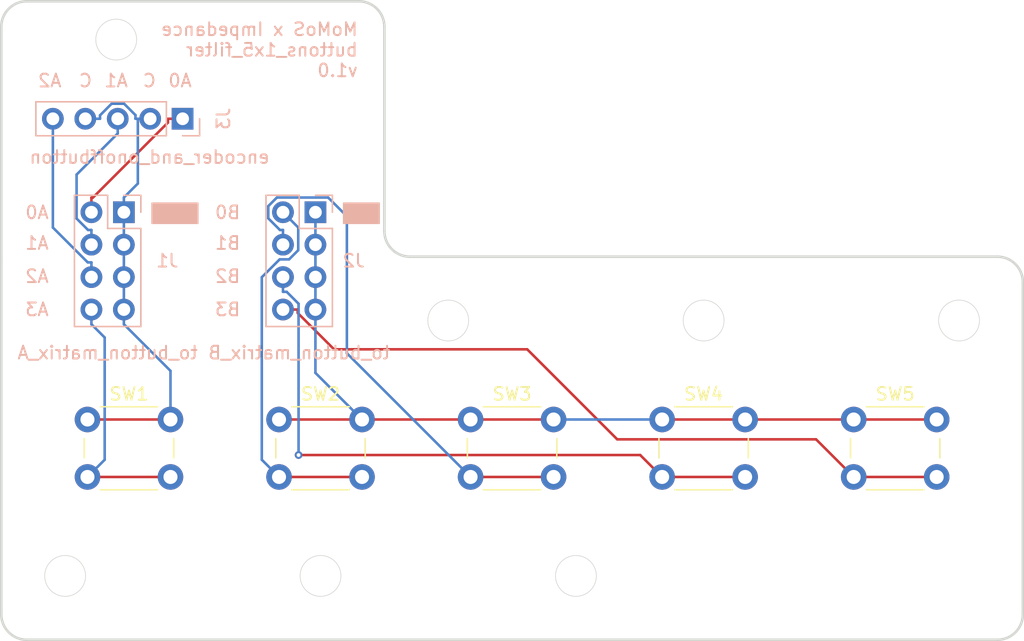
<source format=kicad_pcb>
(kicad_pcb (version 20240108) (generator "pcbnew") (generator_version "8.0")
  (layers (0 "F.Cu" signal) (31 "B.Cu" signal) (34 "B.Paste" user) (35 "F.Paste" user) (36 "B.SilkS" user "B.Silkscreen") (37 "F.SilkS" user "F.Silkscreen") (38 "B.Mask" user) (39 "F.Mask" user) (44 "Edge.Cuts" user))
  (net 0 "")
  (net 1 "/Col_A")
  (net 2 "/Row_A0")
  (net 3 "/Row_A3")
  (net 4 "/Row_A2")
  (net 5 "/Row_A1")
  (net 6 "/Col_B")
  (net 7 "/Row_B0")
  (net 8 "/Row_B1")
  (net 9 "/Row_B2")
  (net 10 "/Row_B3")
  (footprint "Button_Switch_THT:SW_PUSH_6mm" (layer "F.Cu") (at 6.75 -17.25)
    (property "Reference" "SW1" (at 3.25 -2 0) (layer "F.SilkS"))
    (property "Value" "SW_Push")
    (fp_line (start -0.25 1.5) (end -0.25 3) (stroke (width 0.12)) (layer "F.SilkS"))
    (fp_line (start 1 5.5) (end 5.5 5.5) (stroke (width 0.12)) (layer "F.SilkS"))
    (fp_line (start 5.5 -1) (end 1 -1) (stroke (width 0.12)) (layer "F.SilkS"))
    (fp_line (start 6.75 3) (end 6.75 1.5) (stroke (width 0.12)) (layer "F.SilkS"))
    (pad "1" thru_hole circle (at 0 0 90) (size 2 2) (drill 1.1) (layers "*.Cu" "*.Mask" "In1.Cu" "In2.Cu" "In3.Cu" "In4.Cu" "In5.Cu" "In6.Cu" "In7.Cu" "In8.Cu" "In9.Cu" "In10.Cu" "In11.Cu" "In12.Cu" "In13.Cu" "In14.Cu" "In15.Cu" "In16.Cu" "In17.Cu" "In18.Cu" "In19.Cu" "In20.Cu" "In21.Cu" "In22.Cu" "In23.Cu" "In24.Cu" "In25.Cu" "In26.Cu" "In27.Cu" "In28.Cu" "In29.Cu" "In30.Cu") (net 1 "/Col_A"))
    (pad "1" thru_hole circle (at 6.5 0 90) (size 2 2) (drill 1.1) (layers "*.Cu" "*.Mask" "In1.Cu" "In2.Cu" "In3.Cu" "In4.Cu" "In5.Cu" "In6.Cu" "In7.Cu" "In8.Cu" "In9.Cu" "In10.Cu" "In11.Cu" "In12.Cu" "In13.Cu" "In14.Cu" "In15.Cu" "In16.Cu" "In17.Cu" "In18.Cu" "In19.Cu" "In20.Cu" "In21.Cu" "In22.Cu" "In23.Cu" "In24.Cu" "In25.Cu" "In26.Cu" "In27.Cu" "In28.Cu" "In29.Cu" "In30.Cu") (net 1 "/Col_A"))
    (pad "2" thru_hole circle (at 0 4.5 90) (size 2 2) (drill 1.1) (layers "*.Cu" "*.Mask" "In1.Cu" "In2.Cu" "In3.Cu" "In4.Cu" "In5.Cu" "In6.Cu" "In7.Cu" "In8.Cu" "In9.Cu" "In10.Cu" "In11.Cu" "In12.Cu" "In13.Cu" "In14.Cu" "In15.Cu" "In16.Cu" "In17.Cu" "In18.Cu" "In19.Cu" "In20.Cu" "In21.Cu" "In22.Cu" "In23.Cu" "In24.Cu" "In25.Cu" "In26.Cu" "In27.Cu" "In28.Cu" "In29.Cu" "In30.Cu") (net 3 "/Row_A3"))
    (pad "2" thru_hole circle (at 6.5 4.5 90) (size 2 2) (drill 1.1) (layers "*.Cu" "*.Mask" "In1.Cu" "In2.Cu" "In3.Cu" "In4.Cu" "In5.Cu" "In6.Cu" "In7.Cu" "In8.Cu" "In9.Cu" "In10.Cu" "In11.Cu" "In12.Cu" "In13.Cu" "In14.Cu" "In15.Cu" "In16.Cu" "In17.Cu" "In18.Cu" "In19.Cu" "In20.Cu" "In21.Cu" "In22.Cu" "In23.Cu" "In24.Cu" "In25.Cu" "In26.Cu" "In27.Cu" "In28.Cu" "In29.Cu" "In30.Cu") (net 3 "/Row_A3"))
  )
  (footprint "Button_Switch_THT:SW_PUSH_6mm" (layer "F.Cu") (at 51.75 -17.25)
    (property "Reference" "SW4" (at 3.25 -2 0) (layer "F.SilkS"))
    (property "Value" "SW_Push")
    (fp_line (start -0.25 1.5) (end -0.25 3) (stroke (width 0.12)) (layer "F.SilkS"))
    (fp_line (start 1 5.5) (end 5.5 5.5) (stroke (width 0.12)) (layer "F.SilkS"))
    (fp_line (start 5.5 -1) (end 1 -1) (stroke (width 0.12)) (layer "F.SilkS"))
    (fp_line (start 6.75 3) (end 6.75 1.5) (stroke (width 0.12)) (layer "F.SilkS"))
    (pad "1" thru_hole circle (at 0 0 90) (size 2 2) (drill 1.1) (layers "*.Cu" "*.Mask" "In1.Cu" "In2.Cu" "In3.Cu" "In4.Cu" "In5.Cu" "In6.Cu" "In7.Cu" "In8.Cu" "In9.Cu" "In10.Cu" "In11.Cu" "In12.Cu" "In13.Cu" "In14.Cu" "In15.Cu" "In16.Cu" "In17.Cu" "In18.Cu" "In19.Cu" "In20.Cu" "In21.Cu" "In22.Cu" "In23.Cu" "In24.Cu" "In25.Cu" "In26.Cu" "In27.Cu" "In28.Cu" "In29.Cu" "In30.Cu") (net 6 "/Col_B"))
    (pad "1" thru_hole circle (at 6.5 0 90) (size 2 2) (drill 1.1) (layers "*.Cu" "*.Mask" "In1.Cu" "In2.Cu" "In3.Cu" "In4.Cu" "In5.Cu" "In6.Cu" "In7.Cu" "In8.Cu" "In9.Cu" "In10.Cu" "In11.Cu" "In12.Cu" "In13.Cu" "In14.Cu" "In15.Cu" "In16.Cu" "In17.Cu" "In18.Cu" "In19.Cu" "In20.Cu" "In21.Cu" "In22.Cu" "In23.Cu" "In24.Cu" "In25.Cu" "In26.Cu" "In27.Cu" "In28.Cu" "In29.Cu" "In30.Cu") (net 6 "/Col_B"))
    (pad "2" thru_hole circle (at 0 4.5 90) (size 2 2) (drill 1.1) (layers "*.Cu" "*.Mask" "In1.Cu" "In2.Cu" "In3.Cu" "In4.Cu" "In5.Cu" "In6.Cu" "In7.Cu" "In8.Cu" "In9.Cu" "In10.Cu" "In11.Cu" "In12.Cu" "In13.Cu" "In14.Cu" "In15.Cu" "In16.Cu" "In17.Cu" "In18.Cu" "In19.Cu" "In20.Cu" "In21.Cu" "In22.Cu" "In23.Cu" "In24.Cu" "In25.Cu" "In26.Cu" "In27.Cu" "In28.Cu" "In29.Cu" "In30.Cu") (net 9 "/Row_B2"))
    (pad "2" thru_hole circle (at 6.5 4.5 90) (size 2 2) (drill 1.1) (layers "*.Cu" "*.Mask" "In1.Cu" "In2.Cu" "In3.Cu" "In4.Cu" "In5.Cu" "In6.Cu" "In7.Cu" "In8.Cu" "In9.Cu" "In10.Cu" "In11.Cu" "In12.Cu" "In13.Cu" "In14.Cu" "In15.Cu" "In16.Cu" "In17.Cu" "In18.Cu" "In19.Cu" "In20.Cu" "In21.Cu" "In22.Cu" "In23.Cu" "In24.Cu" "In25.Cu" "In26.Cu" "In27.Cu" "In28.Cu" "In29.Cu" "In30.Cu") (net 9 "/Row_B2"))
  )
  (footprint "Button_Switch_THT:SW_PUSH_6mm" (layer "F.Cu") (at 21.75 -17.25)
    (property "Reference" "SW2" (at 3.25 -2 0) (layer "F.SilkS"))
    (property "Value" "SW_Push")
    (fp_line (start -0.25 1.5) (end -0.25 3) (stroke (width 0.12)) (layer "F.SilkS"))
    (fp_line (start 1 5.5) (end 5.5 5.5) (stroke (width 0.12)) (layer "F.SilkS"))
    (fp_line (start 5.5 -1) (end 1 -1) (stroke (width 0.12)) (layer "F.SilkS"))
    (fp_line (start 6.75 3) (end 6.75 1.5) (stroke (width 0.12)) (layer "F.SilkS"))
    (pad "1" thru_hole circle (at 0 0 90) (size 2 2) (drill 1.1) (layers "*.Cu" "*.Mask" "In1.Cu" "In2.Cu" "In3.Cu" "In4.Cu" "In5.Cu" "In6.Cu" "In7.Cu" "In8.Cu" "In9.Cu" "In10.Cu" "In11.Cu" "In12.Cu" "In13.Cu" "In14.Cu" "In15.Cu" "In16.Cu" "In17.Cu" "In18.Cu" "In19.Cu" "In20.Cu" "In21.Cu" "In22.Cu" "In23.Cu" "In24.Cu" "In25.Cu" "In26.Cu" "In27.Cu" "In28.Cu" "In29.Cu" "In30.Cu") (net 6 "/Col_B"))
    (pad "1" thru_hole circle (at 6.5 0 90) (size 2 2) (drill 1.1) (layers "*.Cu" "*.Mask" "In1.Cu" "In2.Cu" "In3.Cu" "In4.Cu" "In5.Cu" "In6.Cu" "In7.Cu" "In8.Cu" "In9.Cu" "In10.Cu" "In11.Cu" "In12.Cu" "In13.Cu" "In14.Cu" "In15.Cu" "In16.Cu" "In17.Cu" "In18.Cu" "In19.Cu" "In20.Cu" "In21.Cu" "In22.Cu" "In23.Cu" "In24.Cu" "In25.Cu" "In26.Cu" "In27.Cu" "In28.Cu" "In29.Cu" "In30.Cu") (net 6 "/Col_B"))
    (pad "2" thru_hole circle (at 0 4.5 90) (size 2 2) (drill 1.1) (layers "*.Cu" "*.Mask" "In1.Cu" "In2.Cu" "In3.Cu" "In4.Cu" "In5.Cu" "In6.Cu" "In7.Cu" "In8.Cu" "In9.Cu" "In10.Cu" "In11.Cu" "In12.Cu" "In13.Cu" "In14.Cu" "In15.Cu" "In16.Cu" "In17.Cu" "In18.Cu" "In19.Cu" "In20.Cu" "In21.Cu" "In22.Cu" "In23.Cu" "In24.Cu" "In25.Cu" "In26.Cu" "In27.Cu" "In28.Cu" "In29.Cu" "In30.Cu") (net 7 "/Row_B0"))
    (pad "2" thru_hole circle (at 6.5 4.5 90) (size 2 2) (drill 1.1) (layers "*.Cu" "*.Mask" "In1.Cu" "In2.Cu" "In3.Cu" "In4.Cu" "In5.Cu" "In6.Cu" "In7.Cu" "In8.Cu" "In9.Cu" "In10.Cu" "In11.Cu" "In12.Cu" "In13.Cu" "In14.Cu" "In15.Cu" "In16.Cu" "In17.Cu" "In18.Cu" "In19.Cu" "In20.Cu" "In21.Cu" "In22.Cu" "In23.Cu" "In24.Cu" "In25.Cu" "In26.Cu" "In27.Cu" "In28.Cu" "In29.Cu" "In30.Cu") (net 7 "/Row_B0"))
  )
  (footprint "Button_Switch_THT:SW_PUSH_6mm" (layer "F.Cu") (at 66.75 -17.25)
    (property "Reference" "SW5" (at 3.25 -2 0) (layer "F.SilkS"))
    (property "Value" "SW_Push")
    (fp_line (start -0.25 1.5) (end -0.25 3) (stroke (width 0.12)) (layer "F.SilkS"))
    (fp_line (start 1 5.5) (end 5.5 5.5) (stroke (width 0.12)) (layer "F.SilkS"))
    (fp_line (start 5.5 -1) (end 1 -1) (stroke (width 0.12)) (layer "F.SilkS"))
    (fp_line (start 6.75 3) (end 6.75 1.5) (stroke (width 0.12)) (layer "F.SilkS"))
    (pad "1" thru_hole circle (at 0 0 90) (size 2 2) (drill 1.1) (layers "*.Cu" "*.Mask" "In1.Cu" "In2.Cu" "In3.Cu" "In4.Cu" "In5.Cu" "In6.Cu" "In7.Cu" "In8.Cu" "In9.Cu" "In10.Cu" "In11.Cu" "In12.Cu" "In13.Cu" "In14.Cu" "In15.Cu" "In16.Cu" "In17.Cu" "In18.Cu" "In19.Cu" "In20.Cu" "In21.Cu" "In22.Cu" "In23.Cu" "In24.Cu" "In25.Cu" "In26.Cu" "In27.Cu" "In28.Cu" "In29.Cu" "In30.Cu") (net 6 "/Col_B"))
    (pad "1" thru_hole circle (at 6.5 0 90) (size 2 2) (drill 1.1) (layers "*.Cu" "*.Mask" "In1.Cu" "In2.Cu" "In3.Cu" "In4.Cu" "In5.Cu" "In6.Cu" "In7.Cu" "In8.Cu" "In9.Cu" "In10.Cu" "In11.Cu" "In12.Cu" "In13.Cu" "In14.Cu" "In15.Cu" "In16.Cu" "In17.Cu" "In18.Cu" "In19.Cu" "In20.Cu" "In21.Cu" "In22.Cu" "In23.Cu" "In24.Cu" "In25.Cu" "In26.Cu" "In27.Cu" "In28.Cu" "In29.Cu" "In30.Cu") (net 6 "/Col_B"))
    (pad "2" thru_hole circle (at 0 4.5 90) (size 2 2) (drill 1.1) (layers "*.Cu" "*.Mask" "In1.Cu" "In2.Cu" "In3.Cu" "In4.Cu" "In5.Cu" "In6.Cu" "In7.Cu" "In8.Cu" "In9.Cu" "In10.Cu" "In11.Cu" "In12.Cu" "In13.Cu" "In14.Cu" "In15.Cu" "In16.Cu" "In17.Cu" "In18.Cu" "In19.Cu" "In20.Cu" "In21.Cu" "In22.Cu" "In23.Cu" "In24.Cu" "In25.Cu" "In26.Cu" "In27.Cu" "In28.Cu" "In29.Cu" "In30.Cu") (net 10 "/Row_B3"))
    (pad "2" thru_hole circle (at 6.5 4.5 90) (size 2 2) (drill 1.1) (layers "*.Cu" "*.Mask" "In1.Cu" "In2.Cu" "In3.Cu" "In4.Cu" "In5.Cu" "In6.Cu" "In7.Cu" "In8.Cu" "In9.Cu" "In10.Cu" "In11.Cu" "In12.Cu" "In13.Cu" "In14.Cu" "In15.Cu" "In16.Cu" "In17.Cu" "In18.Cu" "In19.Cu" "In20.Cu" "In21.Cu" "In22.Cu" "In23.Cu" "In24.Cu" "In25.Cu" "In26.Cu" "In27.Cu" "In28.Cu" "In29.Cu" "In30.Cu") (net 10 "/Row_B3"))
  )
  (footprint "Button_Switch_THT:SW_PUSH_6mm" (layer "F.Cu") (at 36.75 -17.25)
    (property "Reference" "SW3" (at 3.25 -2 0) (layer "F.SilkS"))
    (property "Value" "SW_Push")
    (fp_line (start -0.25 1.5) (end -0.25 3) (stroke (width 0.12)) (layer "F.SilkS"))
    (fp_line (start 1 5.5) (end 5.5 5.5) (stroke (width 0.12)) (layer "F.SilkS"))
    (fp_line (start 5.5 -1) (end 1 -1) (stroke (width 0.12)) (layer "F.SilkS"))
    (fp_line (start 6.75 3) (end 6.75 1.5) (stroke (width 0.12)) (layer "F.SilkS"))
    (pad "1" thru_hole circle (at 0 0 90) (size 2 2) (drill 1.1) (layers "*.Cu" "*.Mask" "In1.Cu" "In2.Cu" "In3.Cu" "In4.Cu" "In5.Cu" "In6.Cu" "In7.Cu" "In8.Cu" "In9.Cu" "In10.Cu" "In11.Cu" "In12.Cu" "In13.Cu" "In14.Cu" "In15.Cu" "In16.Cu" "In17.Cu" "In18.Cu" "In19.Cu" "In20.Cu" "In21.Cu" "In22.Cu" "In23.Cu" "In24.Cu" "In25.Cu" "In26.Cu" "In27.Cu" "In28.Cu" "In29.Cu" "In30.Cu") (net 6 "/Col_B"))
    (pad "1" thru_hole circle (at 6.5 0 90) (size 2 2) (drill 1.1) (layers "*.Cu" "*.Mask" "In1.Cu" "In2.Cu" "In3.Cu" "In4.Cu" "In5.Cu" "In6.Cu" "In7.Cu" "In8.Cu" "In9.Cu" "In10.Cu" "In11.Cu" "In12.Cu" "In13.Cu" "In14.Cu" "In15.Cu" "In16.Cu" "In17.Cu" "In18.Cu" "In19.Cu" "In20.Cu" "In21.Cu" "In22.Cu" "In23.Cu" "In24.Cu" "In25.Cu" "In26.Cu" "In27.Cu" "In28.Cu" "In29.Cu" "In30.Cu") (net 6 "/Col_B"))
    (pad "2" thru_hole circle (at 0 4.5 90) (size 2 2) (drill 1.1) (layers "*.Cu" "*.Mask" "In1.Cu" "In2.Cu" "In3.Cu" "In4.Cu" "In5.Cu" "In6.Cu" "In7.Cu" "In8.Cu" "In9.Cu" "In10.Cu" "In11.Cu" "In12.Cu" "In13.Cu" "In14.Cu" "In15.Cu" "In16.Cu" "In17.Cu" "In18.Cu" "In19.Cu" "In20.Cu" "In21.Cu" "In22.Cu" "In23.Cu" "In24.Cu" "In25.Cu" "In26.Cu" "In27.Cu" "In28.Cu" "In29.Cu" "In30.Cu") (net 8 "/Row_B1"))
    (pad "2" thru_hole circle (at 6.5 4.5 90) (size 2 2) (drill 1.1) (layers "*.Cu" "*.Mask" "In1.Cu" "In2.Cu" "In3.Cu" "In4.Cu" "In5.Cu" "In6.Cu" "In7.Cu" "In8.Cu" "In9.Cu" "In10.Cu" "In11.Cu" "In12.Cu" "In13.Cu" "In14.Cu" "In15.Cu" "In16.Cu" "In17.Cu" "In18.Cu" "In19.Cu" "In20.Cu" "In21.Cu" "In22.Cu" "In23.Cu" "In24.Cu" "In25.Cu" "In26.Cu" "In27.Cu" "In28.Cu" "In29.Cu" "In30.Cu") (net 8 "/Row_B1"))
  )
  (footprint "Connector_PinHeader_2.54mm:PinHeader_1x05_P2.54mm_Vertical" (layer "B.Cu") (at 14.2 -40.8 90)
    (property "Reference" "J3" (at -0.000001 3.2 90) (layer "B.SilkS") (effects (justify mirror)))
    (property "Value" "encoder_and_onoffbutton" (at -3.000001 -2.6 0) (layer "B.SilkS") (effects (justify mirror)))
    (fp_line (start -1.33 -11.49) (end -1.330001 -1.269999) (stroke (width 0.12)) (layer "B.SilkS"))
    (fp_line (start 1.329998 -11.489999) (end -1.33 -11.49) (stroke (width 0.12)) (layer "B.SilkS"))
    (fp_line (start 1.329998 -11.489999) (end 1.33 -1.270001) (stroke (width 0.12)) (layer "B.SilkS"))
    (fp_line (start 1.33 -1.270001) (end -1.330001 -1.269999) (stroke (width 0.12)) (layer "B.SilkS"))
    (fp_line (start -1.329999 1.33) (end -1.330001 -0.000001) (stroke (width 0.12)) (layer "B.SilkS"))
    (fp_line (start -0.000001 1.330001) (end -1.329999 1.33) (stroke (width 0.12)) (layer "B.SilkS"))
    (pad "1" thru_hole rect (at 0 0 90) (size 1.7 1.7) (drill 1) (layers "*.Cu" "*.Mask" "In1.Cu" "In2.Cu" "In3.Cu" "In4.Cu" "In5.Cu" "In6.Cu" "In7.Cu" "In8.Cu" "In9.Cu" "In10.Cu" "In11.Cu" "In12.Cu" "In13.Cu" "In14.Cu" "In15.Cu" "In16.Cu" "In17.Cu" "In18.Cu" "In19.Cu" "In20.Cu" "In21.Cu" "In22.Cu" "In23.Cu" "In24.Cu" "In25.Cu" "In26.Cu" "In27.Cu" "In28.Cu" "In29.Cu" "In30.Cu") (net 2 "/Row_A0"))
    (pad "2" thru_hole oval (at 0 -2.540001 90) (size 1.7 1.7) (drill 1) (layers "*.Cu" "*.Mask" "In1.Cu" "In2.Cu" "In3.Cu" "In4.Cu" "In5.Cu" "In6.Cu" "In7.Cu" "In8.Cu" "In9.Cu" "In10.Cu" "In11.Cu" "In12.Cu" "In13.Cu" "In14.Cu" "In15.Cu" "In16.Cu" "In17.Cu" "In18.Cu" "In19.Cu" "In20.Cu" "In21.Cu" "In22.Cu" "In23.Cu" "In24.Cu" "In25.Cu" "In26.Cu" "In27.Cu" "In28.Cu" "In29.Cu" "In30.Cu") (net 1 "/Col_A"))
    (pad "3" thru_hole oval (at 0.000001 -5.08 90) (size 1.7 1.7) (drill 1) (layers "*.Cu" "*.Mask" "In1.Cu" "In2.Cu" "In3.Cu" "In4.Cu" "In5.Cu" "In6.Cu" "In7.Cu" "In8.Cu" "In9.Cu" "In10.Cu" "In11.Cu" "In12.Cu" "In13.Cu" "In14.Cu" "In15.Cu" "In16.Cu" "In17.Cu" "In18.Cu" "In19.Cu" "In20.Cu" "In21.Cu" "In22.Cu" "In23.Cu" "In24.Cu" "In25.Cu" "In26.Cu" "In27.Cu" "In28.Cu" "In29.Cu" "In30.Cu") (net 5 "/Row_A1"))
    (pad "4" thru_hole oval (at -0.000001 -7.620001 90) (size 1.7 1.7) (drill 1) (layers "*.Cu" "*.Mask" "In1.Cu" "In2.Cu" "In3.Cu" "In4.Cu" "In5.Cu" "In6.Cu" "In7.Cu" "In8.Cu" "In9.Cu" "In10.Cu" "In11.Cu" "In12.Cu" "In13.Cu" "In14.Cu" "In15.Cu" "In16.Cu" "In17.Cu" "In18.Cu" "In19.Cu" "In20.Cu" "In21.Cu" "In22.Cu" "In23.Cu" "In24.Cu" "In25.Cu" "In26.Cu" "In27.Cu" "In28.Cu" "In29.Cu" "In30.Cu") (net 1 "/Col_A"))
    (pad "5" thru_hole oval (at 0 -10.16 90) (size 1.7 1.7) (drill 1) (layers "*.Cu" "*.Mask" "In1.Cu" "In2.Cu" "In3.Cu" "In4.Cu" "In5.Cu" "In6.Cu" "In7.Cu" "In8.Cu" "In9.Cu" "In10.Cu" "In11.Cu" "In12.Cu" "In13.Cu" "In14.Cu" "In15.Cu" "In16.Cu" "In17.Cu" "In18.Cu" "In19.Cu" "In20.Cu" "In21.Cu" "In22.Cu" "In23.Cu" "In24.Cu" "In25.Cu" "In26.Cu" "In27.Cu" "In28.Cu" "In29.Cu" "In30.Cu") (net 4 "/Row_A2"))
  )
  (footprint "Connector_PinHeader_2.54mm:PinHeader_2x04_P2.54mm_Vertical" (layer "B.Cu") (at 24.6 -33.48 180)
    (property "Reference" "J2" (at -3 -3.8 0) (layer "B.SilkS") (effects (justify mirror)))
    (property "Value" "to_button_matrix_B" (at 1.27 -11 0) (layer "B.SilkS") (effects (justify mirror)))
    (fp_line (start 3.87 1.33) (end 1.27 1.33) (stroke (width 0.12)) (layer "B.SilkS"))
    (fp_line (start 3.87 -8.95) (end 3.87 1.33) (stroke (width 0.12)) (layer "B.SilkS"))
    (fp_line (start 3.87 -8.95) (end -1.33 -8.95) (stroke (width 0.12)) (layer "B.SilkS"))
    (fp_line (start 1.27 1.33) (end 1.27 -1.27) (stroke (width 0.12)) (layer "B.SilkS"))
    (fp_line (start 1.27 -1.27) (end -1.33 -1.27) (stroke (width 0.12)) (layer "B.SilkS"))
    (fp_line (start 0 1.33) (end -1.33 1.33) (stroke (width 0.12)) (layer "B.SilkS"))
    (fp_line (start -1.33 1.33) (end -1.33 0) (stroke (width 0.12)) (layer "B.SilkS"))
    (fp_line (start -1.33 -8.95) (end -1.33 -1.27) (stroke (width 0.12)) (layer "B.SilkS"))
    (pad "1" thru_hole rect (at 0 0 180) (size 1.7 1.7) (drill 1) (layers "*.Cu" "*.Mask" "In1.Cu" "In2.Cu" "In3.Cu" "In4.Cu" "In5.Cu" "In6.Cu" "In7.Cu" "In8.Cu" "In9.Cu" "In10.Cu" "In11.Cu" "In12.Cu" "In13.Cu" "In14.Cu" "In15.Cu" "In16.Cu" "In17.Cu" "In18.Cu" "In19.Cu" "In20.Cu" "In21.Cu" "In22.Cu" "In23.Cu" "In24.Cu" "In25.Cu" "In26.Cu" "In27.Cu" "In28.Cu" "In29.Cu" "In30.Cu") (net 6 "/Col_B"))
    (pad "2" thru_hole oval (at 2.54 0 180) (size 1.7 1.7) (drill 1) (layers "*.Cu" "*.Mask" "In1.Cu" "In2.Cu" "In3.Cu" "In4.Cu" "In5.Cu" "In6.Cu" "In7.Cu" "In8.Cu" "In9.Cu" "In10.Cu" "In11.Cu" "In12.Cu" "In13.Cu" "In14.Cu" "In15.Cu" "In16.Cu" "In17.Cu" "In18.Cu" "In19.Cu" "In20.Cu" "In21.Cu" "In22.Cu" "In23.Cu" "In24.Cu" "In25.Cu" "In26.Cu" "In27.Cu" "In28.Cu" "In29.Cu" "In30.Cu") (net 7 "/Row_B0"))
    (pad "3" thru_hole oval (at 0 -2.54 180) (size 1.7 1.7) (drill 1) (layers "*.Cu" "*.Mask" "In1.Cu" "In2.Cu" "In3.Cu" "In4.Cu" "In5.Cu" "In6.Cu" "In7.Cu" "In8.Cu" "In9.Cu" "In10.Cu" "In11.Cu" "In12.Cu" "In13.Cu" "In14.Cu" "In15.Cu" "In16.Cu" "In17.Cu" "In18.Cu" "In19.Cu" "In20.Cu" "In21.Cu" "In22.Cu" "In23.Cu" "In24.Cu" "In25.Cu" "In26.Cu" "In27.Cu" "In28.Cu" "In29.Cu" "In30.Cu") (net 6 "/Col_B"))
    (pad "4" thru_hole oval (at 2.54 -2.54 180) (size 1.7 1.7) (drill 1) (layers "*.Cu" "*.Mask" "In1.Cu" "In2.Cu" "In3.Cu" "In4.Cu" "In5.Cu" "In6.Cu" "In7.Cu" "In8.Cu" "In9.Cu" "In10.Cu" "In11.Cu" "In12.Cu" "In13.Cu" "In14.Cu" "In15.Cu" "In16.Cu" "In17.Cu" "In18.Cu" "In19.Cu" "In20.Cu" "In21.Cu" "In22.Cu" "In23.Cu" "In24.Cu" "In25.Cu" "In26.Cu" "In27.Cu" "In28.Cu" "In29.Cu" "In30.Cu") (net 8 "/Row_B1"))
    (pad "5" thru_hole oval (at 0 -5.08 180) (size 1.7 1.7) (drill 1) (layers "*.Cu" "*.Mask" "In1.Cu" "In2.Cu" "In3.Cu" "In4.Cu" "In5.Cu" "In6.Cu" "In7.Cu" "In8.Cu" "In9.Cu" "In10.Cu" "In11.Cu" "In12.Cu" "In13.Cu" "In14.Cu" "In15.Cu" "In16.Cu" "In17.Cu" "In18.Cu" "In19.Cu" "In20.Cu" "In21.Cu" "In22.Cu" "In23.Cu" "In24.Cu" "In25.Cu" "In26.Cu" "In27.Cu" "In28.Cu" "In29.Cu" "In30.Cu") (net 6 "/Col_B"))
    (pad "6" thru_hole oval (at 2.54 -5.08 180) (size 1.7 1.7) (drill 1) (layers "*.Cu" "*.Mask" "In1.Cu" "In2.Cu" "In3.Cu" "In4.Cu" "In5.Cu" "In6.Cu" "In7.Cu" "In8.Cu" "In9.Cu" "In10.Cu" "In11.Cu" "In12.Cu" "In13.Cu" "In14.Cu" "In15.Cu" "In16.Cu" "In17.Cu" "In18.Cu" "In19.Cu" "In20.Cu" "In21.Cu" "In22.Cu" "In23.Cu" "In24.Cu" "In25.Cu" "In26.Cu" "In27.Cu" "In28.Cu" "In29.Cu" "In30.Cu") (net 9 "/Row_B2"))
    (pad "7" thru_hole oval (at 0 -7.62 180) (size 1.7 1.7) (drill 1) (layers "*.Cu" "*.Mask" "In1.Cu" "In2.Cu" "In3.Cu" "In4.Cu" "In5.Cu" "In6.Cu" "In7.Cu" "In8.Cu" "In9.Cu" "In10.Cu" "In11.Cu" "In12.Cu" "In13.Cu" "In14.Cu" "In15.Cu" "In16.Cu" "In17.Cu" "In18.Cu" "In19.Cu" "In20.Cu" "In21.Cu" "In22.Cu" "In23.Cu" "In24.Cu" "In25.Cu" "In26.Cu" "In27.Cu" "In28.Cu" "In29.Cu" "In30.Cu") (net 6 "/Col_B"))
    (pad "8" thru_hole oval (at 2.54 -7.62 180) (size 1.7 1.7) (drill 1) (layers "*.Cu" "*.Mask" "In1.Cu" "In2.Cu" "In3.Cu" "In4.Cu" "In5.Cu" "In6.Cu" "In7.Cu" "In8.Cu" "In9.Cu" "In10.Cu" "In11.Cu" "In12.Cu" "In13.Cu" "In14.Cu" "In15.Cu" "In16.Cu" "In17.Cu" "In18.Cu" "In19.Cu" "In20.Cu" "In21.Cu" "In22.Cu" "In23.Cu" "In24.Cu" "In25.Cu" "In26.Cu" "In27.Cu" "In28.Cu" "In29.Cu" "In30.Cu") (net 10 "/Row_B3"))
  )
  (footprint "Connector_PinHeader_2.54mm:PinHeader_2x04_P2.54mm_Vertical" (layer "B.Cu") (at 9.6 -33.48 180)
    (property "Reference" "J1" (at -3.4 -3.8 0) (layer "B.SilkS") (effects (justify mirror)))
    (property "Value" "to_button_matrix_A" (at 1.27 -11 0) (layer "B.SilkS") (effects (justify mirror)))
    (fp_line (start 3.87 1.33) (end 1.27 1.33) (stroke (width 0.12)) (layer "B.SilkS"))
    (fp_line (start 3.87 -8.95) (end 3.87 1.33) (stroke (width 0.12)) (layer "B.SilkS"))
    (fp_line (start 3.87 -8.95) (end -1.33 -8.95) (stroke (width 0.12)) (layer "B.SilkS"))
    (fp_line (start 1.27 1.33) (end 1.27 -1.27) (stroke (width 0.12)) (layer "B.SilkS"))
    (fp_line (start 1.27 -1.27) (end -1.33 -1.27) (stroke (width 0.12)) (layer "B.SilkS"))
    (fp_line (start 0 1.33) (end -1.33 1.33) (stroke (width 0.12)) (layer "B.SilkS"))
    (fp_line (start -1.33 1.33) (end -1.33 0) (stroke (width 0.12)) (layer "B.SilkS"))
    (fp_line (start -1.33 -8.95) (end -1.33 -1.27) (stroke (width 0.12)) (layer "B.SilkS"))
    (pad "1" thru_hole rect (at 0 0 180) (size 1.7 1.7) (drill 1) (layers "*.Cu" "*.Mask" "In1.Cu" "In2.Cu" "In3.Cu" "In4.Cu" "In5.Cu" "In6.Cu" "In7.Cu" "In8.Cu" "In9.Cu" "In10.Cu" "In11.Cu" "In12.Cu" "In13.Cu" "In14.Cu" "In15.Cu" "In16.Cu" "In17.Cu" "In18.Cu" "In19.Cu" "In20.Cu" "In21.Cu" "In22.Cu" "In23.Cu" "In24.Cu" "In25.Cu" "In26.Cu" "In27.Cu" "In28.Cu" "In29.Cu" "In30.Cu") (net 1 "/Col_A"))
    (pad "2" thru_hole oval (at 2.54 0 180) (size 1.7 1.7) (drill 1) (layers "*.Cu" "*.Mask" "In1.Cu" "In2.Cu" "In3.Cu" "In4.Cu" "In5.Cu" "In6.Cu" "In7.Cu" "In8.Cu" "In9.Cu" "In10.Cu" "In11.Cu" "In12.Cu" "In13.Cu" "In14.Cu" "In15.Cu" "In16.Cu" "In17.Cu" "In18.Cu" "In19.Cu" "In20.Cu" "In21.Cu" "In22.Cu" "In23.Cu" "In24.Cu" "In25.Cu" "In26.Cu" "In27.Cu" "In28.Cu" "In29.Cu" "In30.Cu") (net 2 "/Row_A0"))
    (pad "3" thru_hole oval (at 0 -2.54 180) (size 1.7 1.7) (drill 1) (layers "*.Cu" "*.Mask" "In1.Cu" "In2.Cu" "In3.Cu" "In4.Cu" "In5.Cu" "In6.Cu" "In7.Cu" "In8.Cu" "In9.Cu" "In10.Cu" "In11.Cu" "In12.Cu" "In13.Cu" "In14.Cu" "In15.Cu" "In16.Cu" "In17.Cu" "In18.Cu" "In19.Cu" "In20.Cu" "In21.Cu" "In22.Cu" "In23.Cu" "In24.Cu" "In25.Cu" "In26.Cu" "In27.Cu" "In28.Cu" "In29.Cu" "In30.Cu") (net 1 "/Col_A"))
    (pad "4" thru_hole oval (at 2.54 -2.54 180) (size 1.7 1.7) (drill 1) (layers "*.Cu" "*.Mask" "In1.Cu" "In2.Cu" "In3.Cu" "In4.Cu" "In5.Cu" "In6.Cu" "In7.Cu" "In8.Cu" "In9.Cu" "In10.Cu" "In11.Cu" "In12.Cu" "In13.Cu" "In14.Cu" "In15.Cu" "In16.Cu" "In17.Cu" "In18.Cu" "In19.Cu" "In20.Cu" "In21.Cu" "In22.Cu" "In23.Cu" "In24.Cu" "In25.Cu" "In26.Cu" "In27.Cu" "In28.Cu" "In29.Cu" "In30.Cu") (net 5 "/Row_A1"))
    (pad "5" thru_hole oval (at 0 -5.08 180) (size 1.7 1.7) (drill 1) (layers "*.Cu" "*.Mask" "In1.Cu" "In2.Cu" "In3.Cu" "In4.Cu" "In5.Cu" "In6.Cu" "In7.Cu" "In8.Cu" "In9.Cu" "In10.Cu" "In11.Cu" "In12.Cu" "In13.Cu" "In14.Cu" "In15.Cu" "In16.Cu" "In17.Cu" "In18.Cu" "In19.Cu" "In20.Cu" "In21.Cu" "In22.Cu" "In23.Cu" "In24.Cu" "In25.Cu" "In26.Cu" "In27.Cu" "In28.Cu" "In29.Cu" "In30.Cu") (net 1 "/Col_A"))
    (pad "6" thru_hole oval (at 2.54 -5.08 180) (size 1.7 1.7) (drill 1) (layers "*.Cu" "*.Mask" "In1.Cu" "In2.Cu" "In3.Cu" "In4.Cu" "In5.Cu" "In6.Cu" "In7.Cu" "In8.Cu" "In9.Cu" "In10.Cu" "In11.Cu" "In12.Cu" "In13.Cu" "In14.Cu" "In15.Cu" "In16.Cu" "In17.Cu" "In18.Cu" "In19.Cu" "In20.Cu" "In21.Cu" "In22.Cu" "In23.Cu" "In24.Cu" "In25.Cu" "In26.Cu" "In27.Cu" "In28.Cu" "In29.Cu" "In30.Cu") (net 4 "/Row_A2"))
    (pad "7" thru_hole oval (at 0 -7.62 180) (size 1.7 1.7) (drill 1) (layers "*.Cu" "*.Mask" "In1.Cu" "In2.Cu" "In3.Cu" "In4.Cu" "In5.Cu" "In6.Cu" "In7.Cu" "In8.Cu" "In9.Cu" "In10.Cu" "In11.Cu" "In12.Cu" "In13.Cu" "In14.Cu" "In15.Cu" "In16.Cu" "In17.Cu" "In18.Cu" "In19.Cu" "In20.Cu" "In21.Cu" "In22.Cu" "In23.Cu" "In24.Cu" "In25.Cu" "In26.Cu" "In27.Cu" "In28.Cu" "In29.Cu" "In30.Cu") (net 1 "/Col_A"))
    (pad "8" thru_hole oval (at 2.54 -7.62 180) (size 1.7 1.7) (drill 1) (layers "*.Cu" "*.Mask" "In1.Cu" "In2.Cu" "In3.Cu" "In4.Cu" "In5.Cu" "In6.Cu" "In7.Cu" "In8.Cu" "In9.Cu" "In10.Cu" "In11.Cu" "In12.Cu" "In13.Cu" "In14.Cu" "In15.Cu" "In16.Cu" "In17.Cu" "In18.Cu" "In19.Cu" "In20.Cu" "In21.Cu" "In22.Cu" "In23.Cu" "In24.Cu" "In25.Cu" "In26.Cu" "In27.Cu" "In28.Cu" "In29.Cu" "In30.Cu") (net 3 "/Row_A3"))
  )
  (gr_rect (start 26.8 -34.2) (end 29.6 -32.6) (stroke (width 0.1)) (fill solid) (layer "B.SilkS"))
  (gr_rect (start 11.8 -34.2) (end 15.4 -32.6) (stroke (width 0.1)) (fill solid) (layer "B.SilkS"))
  (gr_circle (center 55 -25) (end 56.6 -25) (stroke (width 0.05)) (fill none) (layer "Edge.Cuts"))
  (gr_arc (start 32 -30) (mid 30.585786 -30.585786) (end 30 -32) (stroke (width 0.2)) (layer "Edge.Cuts"))
  (gr_line (start 32 -30) (end 78 -30) (stroke (width 0.2)) (layer "Edge.Cuts"))
  (gr_circle (center 45 -5) (end 46.6 -5) (stroke (width 0.05)) (fill none) (layer "Edge.Cuts"))
  (gr_arc (start 0 -48) (mid 0.585786 -49.414214) (end 2 -50) (stroke (width 0.2)) (layer "Edge.Cuts"))
  (gr_line (start 78 0) (end 2 0) (stroke (width 0.2)) (layer "Edge.Cuts"))
  (gr_line (start 0 -30) (end 0 -48) (stroke (width 0.2)) (layer "Edge.Cuts"))
  (gr_arc (start 80 -2) (mid 79.414214 -0.585786) (end 78 0) (stroke (width 0.2)) (layer "Edge.Cuts"))
  (gr_arc (start 28 -50) (mid 29.414214 -49.414214) (end 30 -48) (stroke (width 0.2)) (layer "Edge.Cuts"))
  (gr_arc (start 2 0) (mid 0.585786 -0.585786) (end 0 -2) (stroke (width 0.2)) (layer "Edge.Cuts"))
  (gr_line (start 80 -28) (end 80 -2) (stroke (width 0.2)) (layer "Edge.Cuts"))
  (gr_circle (center 9 -47) (end 10.6 -47) (stroke (width 0.05)) (fill none) (layer "Edge.Cuts"))
  (gr_circle (center 5 -5) (end 6.6 -5) (stroke (width 0.05)) (fill none) (layer "Edge.Cuts"))
  (gr_arc (start 78 -30) (mid 79.414214 -29.414214) (end 80 -28) (stroke (width 0.2)) (layer "Edge.Cuts"))
  (gr_circle (center 75 -25) (end 76.6 -25) (stroke (width 0.05)) (fill none) (layer "Edge.Cuts"))
  (gr_line (start 0 -2) (end 0 -30) (stroke (width 0.2)) (layer "Edge.Cuts"))
  (gr_line (start 30 -48) (end 30 -32) (stroke (width 0.2)) (layer "Edge.Cuts"))
  (gr_circle (center 25 -5) (end 26.6 -5) (stroke (width 0.05)) (fill none) (layer "Edge.Cuts"))
  (gr_line (start 2 -50) (end 28 -50) (stroke (width 0.2)) (layer "Edge.Cuts"))
  (gr_circle (center 35 -25) (end 36.6 -25) (stroke (width 0.05)) (fill none) (layer "Edge.Cuts"))
  (gr_text "B0" (at 18.8 -32.88 0) (layer "B.SilkS") (effects (font (size 1 1)) (justify left bottom mirror)))
  (gr_text "A3" (at 3.8 -25.28 0) (layer "B.SilkS") (effects (font (size 1 1)) (justify left bottom mirror)))
  (gr_text "A0" (at 15 -43.2 0) (layer "B.SilkS") (effects (font (size 1 1)) (justify left bottom mirror)))
  (gr_text "A1" (at 3.8 -30.48 0) (layer "B.SilkS") (effects (font (size 1 1)) (justify left bottom mirror)))
  (gr_text "A0" (at 3.8 -32.88 0) (layer "B.SilkS") (effects (font (size 1 1)) (justify left bottom mirror)))
  (gr_text "B3" (at 18.8 -25.28 0) (layer "B.SilkS") (effects (font (size 1 1)) (justify left bottom mirror)))
  (gr_text "A1" (at 10 -43.2 0) (layer "B.SilkS") (effects (font (size 1 1)) (justify left bottom mirror)))
  (gr_text "C" (at 12.2 -43.2 0) (layer "B.SilkS") (effects (font (size 1 1)) (justify left bottom mirror)))
  (gr_text "B1" (at 18.8 -30.48 0) (layer "B.SilkS") (effects (font (size 1 1)) (justify left bottom mirror)))
  (gr_text "MoMoS x Impedance\nbuttons_1x5_filter\nv1.0" (at 28 -44 0) (layer "B.SilkS") (effects (font (size 1 1)) (justify left bottom mirror)))
  (gr_text "C" (at 7.2 -43.2 0) (layer "B.SilkS") (effects (font (size 1 1)) (justify left bottom mirror)))
  (gr_text "B2" (at 18.8 -27.88 0) (layer "B.SilkS") (effects (font (size 1 1)) (justify left bottom mirror)))
  (gr_text "A2" (at 3.8 -27.88 0) (layer "B.SilkS") (effects (font (size 1 1)) (justify left bottom mirror)))
  (gr_text "A2" (at 4.8 -43.2 0) (layer "B.SilkS") (effects (font (size 1 1)) (justify left bottom mirror)))
  (segment (start 6.75 -17.25) (end 13.25 -17.25) (width 0.2) (layer "F.Cu") (net 1))
  (segment (start 9.6 -25.86) (end 9.6 -24.7083) (width 0.2) (layer "B.Cu") (net 1))
  (segment (start 7.7317 -41.0685) (end 7.7317 -40.8) (width 0.2) (layer "B.Cu") (net 1))
  (segment (start 6.58 -40.8) (end 7.7317 -40.8) (width 0.2) (layer "B.Cu") (net 1))
  (segment (start 11.66 -40.8) (end 10.6939 -40.8) (width 0.2) (layer "B.Cu") (net 1))
  (segment (start 10.5083 -40.8) (end 10.5083 -41.0879) (width 0.2) (layer "B.Cu") (net 1))
  (segment (start 10.6939 -40.8) (end 10.5083 -40.8) (width 0.2) (layer "B.Cu") (net 1))
  (segment (start 9.6 -33.48) (end 9.6 -34.6317) (width 0.2) (layer "B.Cu") (net 1))
  (segment (start 9.6 -28.4) (end 9.6 -30.94) (width 0.2) (layer "B.Cu") (net 1))
  (segment (start 10.5083 -41.0879) (end 9.6189 -41.9773) (width 0.2) (layer "B.Cu") (net 1))
  (segment (start 10.6939 -35.7256) (end 10.6939 -40.8) (width 0.2) (layer "B.Cu") (net 1))
  (segment (start 9.6 -34.6317) (end 10.6939 -35.7256) (width 0.2) (layer "B.Cu") (net 1))
  (segment (start 8.6405 -41.9773) (end 7.7317 -41.0685) (width 0.2) (layer "B.Cu") (net 1))
  (segment (start 9.6 -25.86) (end 9.6 -28.4) (width 0.2) (layer "B.Cu") (net 1))
  (segment (start 9.6 -24.7083) (end 13.25 -21.0583) (width 0.2) (layer "B.Cu") (net 1))
  (segment (start 9.6 -30.94) (end 9.6 -33.48) (width 0.2) (layer "B.Cu") (net 1))
  (segment (start 13.25 -21.0583) (end 13.25 -17.25) (width 0.2) (layer "B.Cu") (net 1))
  (segment (start 9.6189 -41.9773) (end 8.6405 -41.9773) (width 0.2) (layer "B.Cu") (net 1))
  (segment (start 7.1815 -34.6317) (end 13.0483 -40.4985) (width 0.2) (layer "F.Cu") (net 2))
  (segment (start 14.2 -40.8) (end 13.0483 -40.8) (width 0.2) (layer "F.Cu") (net 2))
  (segment (start 7.06 -33.48) (end 7.06 -34.6317) (width 0.2) (layer "F.Cu") (net 2))
  (segment (start 13.0483 -40.4985) (end 13.0483 -40.8) (width 0.2) (layer "F.Cu") (net 2))
  (segment (start 7.06 -34.6317) (end 7.1815 -34.6317) (width 0.2) (layer "F.Cu") (net 2))
  (segment (start 6.75 -12.75) (end 13.25 -12.75) (width 0.2) (layer "F.Cu") (net 3))
  (segment (start 8.0976 -23.6707) (end 8.0976 -14.0976) (width 0.2) (layer "B.Cu") (net 3))
  (segment (start 8.0976 -14.0976) (end 6.75 -12.75) (width 0.2) (layer "B.Cu") (net 3))
  (segment (start 7.06 -25.86) (end 7.06 -24.7083) (width 0.2) (layer "B.Cu") (net 3))
  (segment (start 7.06 -24.7083) (end 8.0976 -23.6707) (width 0.2) (layer "B.Cu") (net 3))
  (segment (start 7.06 -28.4) (end 7.06 -29.5517) (width 0.2) (layer "B.Cu") (net 4))
  (segment (start 4.04 -32.2838) (end 4.04 -40.8) (width 0.2) (layer "B.Cu") (net 4))
  (segment (start 6.7721 -29.5517) (end 4.04 -32.2838) (width 0.2) (layer "B.Cu") (net 4))
  (segment (start 7.06 -29.5517) (end 6.7721 -29.5517) (width 0.2) (layer "B.Cu") (net 4))
  (segment (start 6.7915 -32.0917) (end 7.06 -32.0917) (width 0.2) (layer "B.Cu") (net 5))
  (segment (start 5.8975 -32.9857) (end 6.7915 -32.0917) (width 0.2) (layer "B.Cu") (net 5))
  (segment (start 5.8975 -36.4258) (end 5.8975 -32.9857) (width 0.2) (layer "B.Cu") (net 5))
  (segment (start 9.12 -39.6483) (end 5.8975 -36.4258) (width 0.2) (layer "B.Cu") (net 5))
  (segment (start 7.06 -30.94) (end 7.06 -32.0917) (width 0.2) (layer "B.Cu") (net 5))
  (segment (start 9.12 -40.8) (end 9.12 -39.6483) (width 0.2) (layer "B.Cu") (net 5))
  (segment (start 58.25 -17.25) (end 66.75 -17.25) (width 0.2) (layer "F.Cu") (net 6))
  (segment (start 66.75 -17.25) (end 73.25 -17.25) (width 0.2) (layer "F.Cu") (net 6))
  (segment (start 36.75 -17.25) (end 43.25 -17.25) (width 0.2) (layer "F.Cu") (net 6))
  (segment (start 28.25 -17.25) (end 36.75 -17.25) (width 0.2) (layer "F.Cu") (net 6))
  (segment (start 21.75 -17.25) (end 28.25 -17.25) (width 0.2) (layer "F.Cu") (net 6))
  (segment (start 51.75 -17.25) (end 58.25 -17.25) (width 0.2) (layer "F.Cu") (net 6))
  (segment (start 24.6 -25.86) (end 24.6 -20.9) (width 0.2) (layer "B.Cu") (net 6))
  (segment (start 43.25 -17.25) (end 51.75 -17.25) (width 0.2) (layer "B.Cu") (net 6))
  (segment (start 24.6 -28.4) (end 24.6 -25.86) (width 0.2) (layer "B.Cu") (net 6))
  (segment (start 24.6 -28.4) (end 24.6 -30.94) (width 0.2) (layer "B.Cu") (net 6))
  (segment (start 24.6 -20.9) (end 28.25 -17.25) (width 0.2) (layer "B.Cu") (net 6))
  (segment (start 24.6 -30.94) (end 24.6 -33.48) (width 0.2) (layer "B.Cu") (net 6))
  (segment (start 21.75 -12.75) (end 28.25 -12.75) (width 0.2) (layer "F.Cu") (net 7))
  (segment (start 23.2542 -30.5054) (end 23.2542 -32.2858) (width 0.2) (layer "B.Cu") (net 7))
  (segment (start 23.2542 -32.2858) (end 22.06 -33.48) (width 0.2) (layer "B.Cu") (net 7))
  (segment (start 21.75 -12.75) (end 20.4001 -14.0999) (width 0.2) (layer "B.Cu") (net 7))
  (segment (start 20.4001 -14.0999) (end 20.4001 -28.3904) (width 0.2) (layer "B.Cu") (net 7))
  (segment (start 22.5371 -29.7883) (end 23.2542 -30.5054) (width 0.2) (layer "B.Cu") (net 7))
  (segment (start 21.798 -29.7883) (end 22.5371 -29.7883) (width 0.2) (layer "B.Cu") (net 7))
  (segment (start 20.4001 -28.3904) (end 21.798 -29.7883) (width 0.2) (layer "B.Cu") (net 7))
  (segment (start 36.75 -12.75) (end 43.25 -12.75) (width 0.2) (layer "F.Cu") (net 8))
  (segment (start 25.5951 -34.6317) (end 21.5829 -34.6317) (width 0.2) (layer "B.Cu") (net 8))
  (segment (start 20.9083 -33.0029) (end 21.8195 -32.0917) (width 0.2) (layer "B.Cu") (net 8))
  (segment (start 21.5829 -34.6317) (end 20.9083 -33.9571) (width 0.2) (layer "B.Cu") (net 8))
  (segment (start 21.8195 -32.0917) (end 22.06 -32.0917) (width 0.2) (layer "B.Cu") (net 8))
  (segment (start 22.06 -30.94) (end 22.06 -32.0917) (width 0.2) (layer "B.Cu") (net 8))
  (segment (start 27.0634 -22.4366) (end 27.0634 -33.1634) (width 0.2) (layer "B.Cu") (net 8))
  (segment (start 36.75 -12.75) (end 27.0634 -22.4366) (width 0.2) (layer "B.Cu") (net 8))
  (segment (start 27.0634 -33.1634) (end 25.5951 -34.6317) (width 0.2) (layer "B.Cu") (net 8))
  (segment (start 20.9083 -33.9571) (end 20.9083 -33.0029) (width 0.2) (layer "B.Cu") (net 8))
  (segment (start 23.28 -14.4666) (end 50.0334 -14.4666) (width 0.2) (layer "F.Cu") (net 9))
  (segment (start 50.0334 -14.4666) (end 51.75 -12.75) (width 0.2) (layer "F.Cu") (net 9))
  (segment (start 51.75 -12.75) (end 58.25 -12.75) (width 0.2) (layer "F.Cu") (net 9))
  (via (at 23.28 -14.4666) (size 0.6) (drill 0.3) (layers "F.Cu" "B.Cu") (net 9))
  (segment (start 22.06 -27.2483) (end 22.3479 -27.2483) (width 0.2) (layer "B.Cu") (net 9))
  (segment (start 22.3479 -27.2483) (end 23.28 -26.3162) (width 0.2) (layer "B.Cu") (net 9))
  (segment (start 22.06 -28.4) (end 22.06 -27.2483) (width 0.2) (layer "B.Cu") (net 9))
  (segment (start 23.28 -26.3162) (end 23.28 -14.4666) (width 0.2) (layer "B.Cu") (net 9))
  (segment (start 23.2117 -25.5915) (end 23.2117 -25.86) (width 0.2) (layer "F.Cu") (net 10))
  (segment (start 22.06 -25.86) (end 23.2117 -25.86) (width 0.2) (layer "F.Cu") (net 10))
  (segment (start 26.0581 -22.7451) (end 23.2117 -25.5915) (width 0.2) (layer "F.Cu") (net 10))
  (segment (start 63.8056 -15.6944) (end 48.2347 -15.6944) (width 0.2) (layer "F.Cu") (net 10))
  (segment (start 66.75 -12.75) (end 63.8056 -15.6944) (width 0.2) (layer "F.Cu") (net 10))
  (segment (start 48.2347 -15.6944) (end 41.184 -22.7451) (width 0.2) (layer "F.Cu") (net 10))
  (segment (start 41.184 -22.7451) (end 26.0581 -22.7451) (width 0.2) (layer "F.Cu") (net 10))
  (segment (start 73.25 -12.75) (end 66.75 -12.75) (width 0.2) (layer "F.Cu") (net 10))
)
</source>
